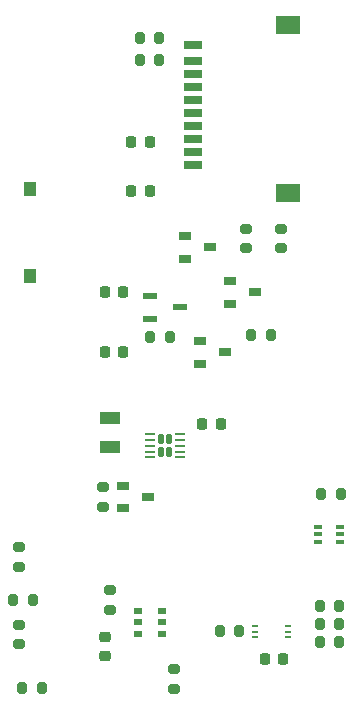
<source format=gbr>
%TF.GenerationSoftware,KiCad,Pcbnew,7.0.8-7.0.8~ubuntu20.04.1*%
%TF.CreationDate,2023-10-05T17:37:43+09:00*%
%TF.ProjectId,v0_2,76305f32-2e6b-4696-9361-645f70636258,rev?*%
%TF.SameCoordinates,Original*%
%TF.FileFunction,Paste,Top*%
%TF.FilePolarity,Positive*%
%FSLAX46Y46*%
G04 Gerber Fmt 4.6, Leading zero omitted, Abs format (unit mm)*
G04 Created by KiCad (PCBNEW 7.0.8-7.0.8~ubuntu20.04.1) date 2023-10-05 17:37:43*
%MOMM*%
%LPD*%
G01*
G04 APERTURE LIST*
G04 Aperture macros list*
%AMRoundRect*
0 Rectangle with rounded corners*
0 $1 Rounding radius*
0 $2 $3 $4 $5 $6 $7 $8 $9 X,Y pos of 4 corners*
0 Add a 4 corners polygon primitive as box body*
4,1,4,$2,$3,$4,$5,$6,$7,$8,$9,$2,$3,0*
0 Add four circle primitives for the rounded corners*
1,1,$1+$1,$2,$3*
1,1,$1+$1,$4,$5*
1,1,$1+$1,$6,$7*
1,1,$1+$1,$8,$9*
0 Add four rect primitives between the rounded corners*
20,1,$1+$1,$2,$3,$4,$5,0*
20,1,$1+$1,$4,$5,$6,$7,0*
20,1,$1+$1,$6,$7,$8,$9,0*
20,1,$1+$1,$8,$9,$2,$3,0*%
G04 Aperture macros list end*
%ADD10R,1.500000X0.800000*%
%ADD11R,2.000000X1.500000*%
%ADD12RoundRect,0.218750X-0.218750X-0.256250X0.218750X-0.256250X0.218750X0.256250X-0.218750X0.256250X0*%
%ADD13R,1.800000X1.000000*%
%ADD14RoundRect,0.200000X-0.200000X-0.275000X0.200000X-0.275000X0.200000X0.275000X-0.200000X0.275000X0*%
%ADD15RoundRect,0.225000X-0.225000X-0.250000X0.225000X-0.250000X0.225000X0.250000X-0.225000X0.250000X0*%
%ADD16R,1.100000X0.650000*%
%ADD17R,1.200000X0.600000*%
%ADD18RoundRect,0.200000X0.275000X-0.200000X0.275000X0.200000X-0.275000X0.200000X-0.275000X-0.200000X0*%
%ADD19RoundRect,0.225000X-0.250000X0.225000X-0.250000X-0.225000X0.250000X-0.225000X0.250000X0.225000X0*%
%ADD20R,0.800000X0.500000*%
%ADD21RoundRect,0.225000X0.225000X0.250000X-0.225000X0.250000X-0.225000X-0.250000X0.225000X-0.250000X0*%
%ADD22RoundRect,0.200000X-0.275000X0.200000X-0.275000X-0.200000X0.275000X-0.200000X0.275000X0.200000X0*%
%ADD23R,1.000000X1.200000*%
%ADD24RoundRect,0.200000X0.200000X0.275000X-0.200000X0.275000X-0.200000X-0.275000X0.200000X-0.275000X0*%
%ADD25R,0.650000X0.400000*%
%ADD26RoundRect,0.130000X-0.130000X-0.315000X0.130000X-0.315000X0.130000X0.315000X-0.130000X0.315000X0*%
%ADD27RoundRect,0.062500X-0.337500X-0.062500X0.337500X-0.062500X0.337500X0.062500X-0.337500X0.062500X0*%
%ADD28R,0.550000X0.250000*%
G04 APERTURE END LIST*
D10*
%TO.C,J2*%
X-200000Y29900000D03*
X-200000Y28800000D03*
X-200000Y27700000D03*
X-200000Y26600000D03*
X-200000Y25500000D03*
X-200000Y24400000D03*
X-200000Y23300000D03*
X-200000Y22200000D03*
X-200000Y32350000D03*
X-200000Y31000000D03*
D11*
X7900000Y34050000D03*
X7900000Y19850000D03*
%TD*%
D12*
%TO.C,D2*%
X-5387500Y20000000D03*
X-3812500Y20000000D03*
%TD*%
D13*
%TO.C,Y1*%
X-7200000Y800000D03*
X-7200000Y-1700000D03*
%TD*%
D14*
%TO.C,R4*%
X-15400000Y-14600000D03*
X-13750000Y-14600000D03*
%TD*%
%TO.C,R16*%
X-3810000Y7620000D03*
X-2160000Y7620000D03*
%TD*%
D15*
%TO.C,C4*%
X625000Y300000D03*
X2175000Y300000D03*
%TD*%
D14*
%TO.C,R13*%
X10550000Y-15100000D03*
X12200000Y-15100000D03*
%TD*%
%TO.C,R8*%
X10550000Y-16680000D03*
X12200000Y-16680000D03*
%TD*%
D16*
%TO.C,Q3*%
X-6100000Y-4940000D03*
X-6100000Y-6860000D03*
X-4000000Y-5900000D03*
%TD*%
D17*
%TO.C,IC3*%
X-3790000Y11110000D03*
X-3790000Y9210000D03*
X-1290000Y10160000D03*
%TD*%
D18*
%TO.C,R2*%
X-7800000Y-6700000D03*
X-7800000Y-5050000D03*
%TD*%
D16*
%TO.C,Q2*%
X2980000Y12390000D03*
X2980000Y10470000D03*
X5080000Y11430000D03*
%TD*%
D19*
%TO.C,C5*%
X-7620000Y-17780000D03*
X-7620000Y-19330000D03*
%TD*%
D20*
%TO.C,U1*%
X-4810000Y-15510000D03*
X-4810000Y-16510000D03*
X-4810000Y-17510000D03*
X-2810000Y-17510000D03*
X-2810000Y-16510000D03*
X-2810000Y-15510000D03*
%TD*%
D15*
%TO.C,C1*%
X-7620000Y11430000D03*
X-6070000Y11430000D03*
%TD*%
%TO.C,C3*%
X-7620000Y6350000D03*
X-6070000Y6350000D03*
%TD*%
D21*
%TO.C,C6*%
X7450000Y-19600000D03*
X5900000Y-19600000D03*
%TD*%
D14*
%TO.C,R17*%
X-4700000Y31100000D03*
X-3050000Y31100000D03*
%TD*%
D22*
%TO.C,R18*%
X-1800000Y-20475000D03*
X-1800000Y-22125000D03*
%TD*%
D16*
%TO.C,Q4*%
X-830000Y16200000D03*
X-830000Y14280000D03*
X1270000Y15240000D03*
%TD*%
D12*
%TO.C,D1*%
X-5385000Y24130000D03*
X-3810000Y24130000D03*
%TD*%
D14*
%TO.C,R14*%
X10550000Y-18200000D03*
X12200000Y-18200000D03*
%TD*%
D22*
%TO.C,R6*%
X-14900000Y-16700000D03*
X-14900000Y-18350000D03*
%TD*%
D23*
%TO.C,S2*%
X-13970000Y12810000D03*
X-13970000Y20210000D03*
%TD*%
D14*
%TO.C,R7*%
X-4700000Y33000000D03*
X-3050000Y33000000D03*
%TD*%
D18*
%TO.C,R9*%
X7300000Y15150000D03*
X7300000Y16800000D03*
%TD*%
%TO.C,R3*%
X-14900000Y-11800000D03*
X-14900000Y-10150000D03*
%TD*%
D14*
%TO.C,R1*%
X4750000Y7800000D03*
X6400000Y7800000D03*
%TD*%
D24*
%TO.C,R5*%
X-13000000Y-22100000D03*
X-14650000Y-22100000D03*
%TD*%
D14*
%TO.C,R20*%
X2075000Y-17200000D03*
X3725000Y-17200000D03*
%TD*%
D18*
%TO.C,R12*%
X-7200000Y-15425000D03*
X-7200000Y-13775000D03*
%TD*%
D25*
%TO.C,D3*%
X10400000Y-8400000D03*
X10400000Y-9050000D03*
X10400000Y-9700000D03*
X12300000Y-9700000D03*
X12300000Y-9050000D03*
X12300000Y-8400000D03*
%TD*%
D26*
%TO.C,U2*%
X-2870000Y-990000D03*
X-2870000Y-2090000D03*
X-2220000Y-990000D03*
X-2220000Y-2090000D03*
D27*
X-3820000Y-540000D03*
X-3820000Y-1040000D03*
X-3820000Y-1540000D03*
X-3820000Y-2040000D03*
X-3820000Y-2540000D03*
X-1270000Y-2540000D03*
X-1270000Y-2040000D03*
X-1270000Y-1540000D03*
X-1270000Y-1040000D03*
X-1270000Y-540000D03*
%TD*%
D18*
%TO.C,R10*%
X4300000Y15175000D03*
X4300000Y16825000D03*
%TD*%
D28*
%TO.C,IC2*%
X5080000Y-16780000D03*
X5080000Y-17280000D03*
X5080000Y-17780000D03*
X7830000Y-17780000D03*
X7830000Y-17280000D03*
X7830000Y-16780000D03*
%TD*%
D14*
%TO.C,R15*%
X10675000Y-5600000D03*
X12325000Y-5600000D03*
%TD*%
D16*
%TO.C,Q1*%
X440000Y7310000D03*
X440000Y5390000D03*
X2540000Y6350000D03*
%TD*%
M02*

</source>
